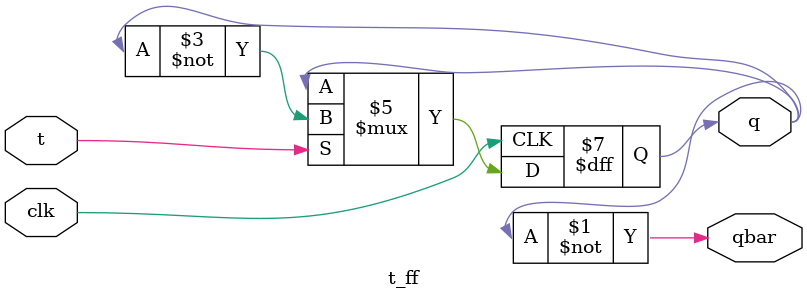
<source format=v>
module t_ff(
    input  wire clk,
    input  wire t,
    output reg  q,
    output wire qbar
);
    assign qbar = ~q;

    always @(posedge clk) begin
        if (t)
            q <= ~q;   
        else
            q <= q;    
    end
endmodule

</source>
